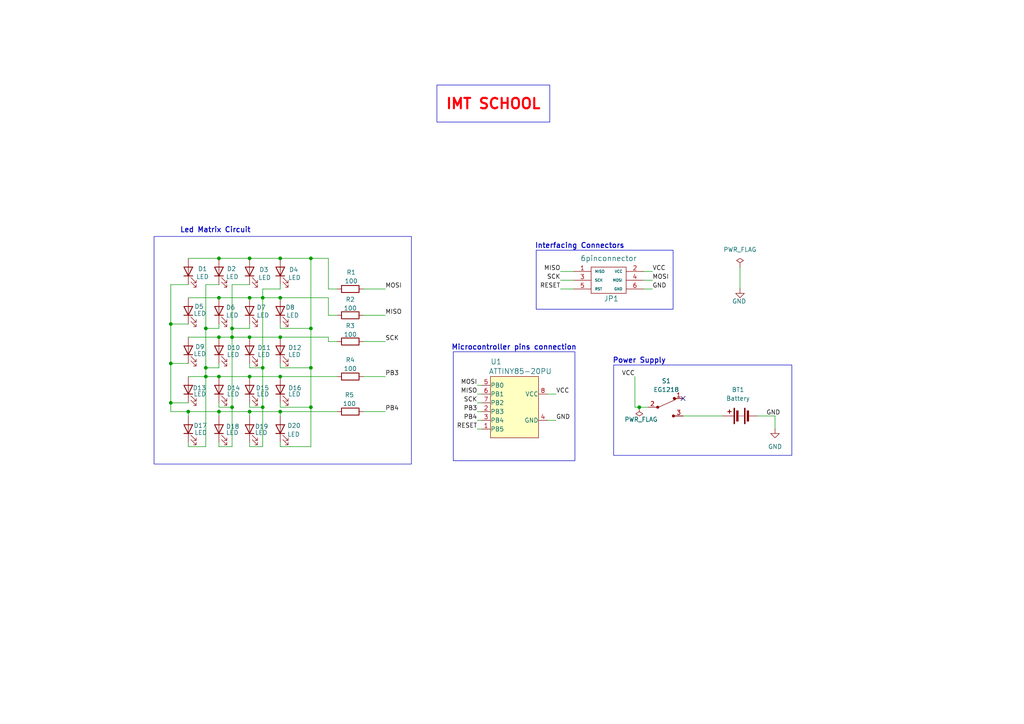
<source format=kicad_sch>
(kicad_sch (version 20231120) (generator "eeschema") (generator_version "8.0")
  (paper "A4")
  (title_block (title "LED_MATRIX") (date "2024-12-19") (rev "1.0") (company "IMT SCHOOL"))
  (lib_symbols
    (symbol "6pinconnector:6pinconnector" (pin_names (offset 1.016))
      (property "Reference" "JP" (at 5.08 -3.81 0))
      (property "Value" "6pinconnector" (at 0 7.62 0))
      (symbol "6pinconnector_1_1"
        (rectangle (start -5.08 5.08) (end 5.08 -2.54))
        (pin input line (at -10.16 3.81 0) (length 5.08) (name "MISO") (number "1"))
        (pin input line (at 10.16 3.81 180) (length 5.08) (name "VCC") (number "2"))
        (pin input line (at -10.16 1.27 0) (length 5.08) (name "SCK") (number "3"))
        (pin input line (at 10.16 1.27 180) (length 5.08) (name "MOSI") (number "4"))
        (pin input line (at -10.16 -1.27 0) (length 5.08) (name "RST") (number "5"))
        (pin input line (at 10.16 -1.27 180) (length 5.08) (name "GND") (number "6"))
      )
    )
    (symbol "Device:Battery" (pin_numbers hide) (pin_names (offset 0) hide)
      (property "Reference" "BT" (at 2.54 2.54 0))
      (property "Value" "Battery" (at 2.54 0 0))
      (symbol "Battery_0_1"
        (rectangle (start -2.286 -1.27) (end 2.286 -1.524) (fill (type outline)))
        (rectangle (start -2.286 1.778) (end 2.286 1.524) (fill (type outline)))
        (rectangle (start -1.524 -2.032) (end 1.524 -2.54) (fill (type outline)))
        (rectangle (start -1.524 1.016) (end 1.524 0.508) (fill (type outline)))
        (polyline (pts (xy 0 -1.016) (xy 0 -0.762)))
        (polyline (pts (xy 0 -0.508) (xy 0 -0.254)))
        (polyline (pts (xy 0 0) (xy 0 0.254)))
        (polyline (pts (xy 0 1.778) (xy 0 2.54)))
        (polyline (pts (xy 0.762 3.048) (xy 1.778 3.048)) (stroke (width 0.254)))
        (polyline (pts (xy 1.27 3.556) (xy 1.27 2.54)) (stroke (width 0.254)))
      )
      (symbol "Battery_1_1"
        (pin passive line (at 0 5.08 270) (length 2.54) (name "+") (number "1"))
        (pin passive line (at 0 -5.08 90) (length 2.54) (name "-") (number "2"))
      )
    )
    (symbol "Device:LED" (pin_numbers hide) (pin_names (offset 1.016) hide)
      (property "Reference" "D" (at 0 2.54 0))
      (property "Value" "LED" (at 0 -2.54 0))
      (symbol "LED_0_1"
        (polyline (pts (xy -1.27 -1.27) (xy -1.27 1.27)) (stroke (width 0.254)))
        (polyline (pts (xy -1.27 0) (xy 1.27 0)))
        (polyline (pts (xy 1.27 -1.27) (xy 1.27 1.27) (xy -1.27 0) (xy 1.27 -1.27)) (stroke (width 0.254)))
        (polyline (pts (xy -3.048 -0.762) (xy -4.572 -2.286) (xy -3.81 -2.286) (xy -4.572 -2.286) (xy -4.572 -1.524)))
        (polyline (pts (xy -1.778 -0.762) (xy -3.302 -2.286) (xy -2.54 -2.286) (xy -3.302 -2.286) (xy -3.302 -1.524)))
      )
      (symbol "LED_1_1"
        (pin passive line (at -3.81 0 0) (length 2.54) (name "K") (number "1"))
        (pin passive line (at 3.81 0 180) (length 2.54) (name "A") (number "2"))
      )
    )
    (symbol "Device:R" (pin_numbers hide) (pin_names (offset 0))
      (property "Reference" "R" (at 2.032 0 90))
      (property "Value" "R" (at 0 0 90))
      (symbol "R_0_1"
        (rectangle (start -1.016 -2.54) (end 1.016 2.54) (stroke (width 0.254)))
      )
      (symbol "R_1_1"
        (pin passive line (at 0 3.81 270) (length 1.27) (name "~") (number "1"))
        (pin passive line (at 0 -3.81 90) (length 1.27) (name "~") (number "2"))
      )
    )
    (symbol "dk_Embedded-Microcontrollers:ATTINY85-20PU" (pin_names (offset 0.0254))
      (property "Reference" "U1" (at 9.652 -22.606 0))
      (property "Value" "ATTINY85-20PU" (at 9.906 -25.146 0))
      (symbol "ATTINY85-20PU_0_1"
        (rectangle (start -2.54 -2.54) (end 11.43 -20.32) (fill (type background)))
      )
      (symbol "ATTINY85-20PU_1_1"
        (pin bidirectional line (at -5.08 -17.78 0) (length 2.54) (name "PB5") (number "1"))
        (pin bidirectional line (at -5.08 -12.7 0) (length 2.54) (name "PB3") (number "2"))
        (pin bidirectional line (at -5.08 -15.24 0) (length 2.54) (name "PB4") (number "3"))
        (pin power_in line (at 13.97 -15.24 180) (length 2.54) (name "GND") (number "4"))
        (pin bidirectional line (at -5.08 -5.08 0) (length 2.54) (name "PB0") (number "5"))
        (pin bidirectional line (at -5.08 -7.62 0) (length 2.54) (name "PB1") (number "6"))
        (pin bidirectional line (at -5.08 -10.16 0) (length 2.54) (name "PB2") (number "7"))
        (pin power_in line (at 13.97 -7.62 180) (length 2.54) (name "VCC") (number "8"))
      )
    )
    (symbol "dk_Slide-Switches:EG1218" (pin_names (offset 0))
      (property "Reference" "S" (at -3.81 2.286 0))
      (property "Value" "EG1218" (at 0 -5.334 0))
      (symbol "EG1218_0_1"
        (circle (center -2.286 0) (radius 0.3556) (fill (type outline)))
        (polyline (pts (xy -2.032 0) (xy 3.048 2.286)))
        (circle (center 2.286 -2.54) (radius 0.3556) (fill (type outline)))
        (circle (center 2.54 2.54) (radius 0.3556) (fill (type outline)))
      )
      (symbol "EG1218_1_1"
        (pin passive line (at 5.08 2.54 180) (length 2.54) (name "~") (number "1"))
        (pin passive line (at -5.08 0 0) (length 2.54) (name "~") (number "2"))
        (pin passive line (at 5.08 -2.54 180) (length 2.54) (name "~") (number "3"))
      )
    )
    (symbol "power:GND" (power) (pin_numbers hide) (pin_names (offset 0) hide)
      (property "Value" "GND" (at 0 -3.81 0))
      (symbol "GND_0_1"
        (polyline (pts (xy 0 0) (xy 0 -1.27) (xy 1.27 -1.27) (xy 0 -2.54) (xy -1.27 -1.27) (xy 0 -1.27)))
      )
      (symbol "GND_1_1"
        (pin power_in line (at 0 0 270) (length 0) (name "~") (number "1"))
      )
    )
    (symbol "power:PWR_FLAG" (power) (pin_numbers hide) (pin_names (offset 0) hide)
      (property "Value" "PWR_FLAG" (at 0 3.81 0))
      (symbol "PWR_FLAG_0_0"
        (pin power_out line (at 0 0 90) (length 0) (name "~") (number "1"))
      )
      (symbol "PWR_FLAG_0_1"
        (polyline (pts (xy 0 0) (xy 0 1.27) (xy -1.016 1.905) (xy 0 2.54) (xy 1.016 1.905) (xy 0 1.27)))
      )
    )
  )
  (junction (at 59.69 109.22))
  (junction (at 49.53 116.84))
  (junction (at 72.39 109.22))
  (junction (at 72.39 97.79))
  (junction (at 67.31 95.25))
  (junction (at 81.28 119.38))
  (junction (at 67.31 118.11))
  (junction (at 63.5 74.93))
  (junction (at 63.5 109.22))
  (junction (at 90.17 74.93))
  (junction (at 72.39 119.38))
  (junction (at 59.69 106.68))
  (junction (at 81.28 109.22))
  (junction (at 90.17 95.25))
  (junction (at 67.31 97.79))
  (junction (at 76.2 106.68))
  (junction (at 72.39 86.36))
  (junction (at 59.69 95.25))
  (junction (at 63.5 119.38))
  (junction (at 76.2 118.11))
  (junction (at 185.42 118.11))
  (junction (at 49.53 93.98))
  (junction (at 63.5 86.36))
  (junction (at 90.17 106.68))
  (junction (at 49.53 105.41))
  (junction (at 90.17 118.11))
  (junction (at 81.28 86.36))
  (junction (at 81.28 74.93))
  (junction (at 81.28 97.79))
  (junction (at 76.2 86.36))
  (junction (at 54.61 119.38))
  (junction (at 63.5 97.79))
  (junction (at 72.39 74.93))
  (no_connect (at 198.12 115.57))
  (wire (pts (xy 81.28 82.55) (xy 81.28 83.82)))
  (wire (pts (xy 63.5 118.11) (xy 63.5 116.84)))
  (wire (pts (xy 105.41 91.44) (xy 111.76 91.44)))
  (wire (pts (xy 81.28 128.27) (xy 81.28 129.54)))
  (wire (pts (xy 81.28 109.22) (xy 97.79 109.22)))
  (wire (pts (xy 49.53 105.41) (xy 54.61 105.41)))
  (wire (pts (xy 81.28 120.65) (xy 81.28 119.38)))
  (wire (pts (xy 72.39 93.98) (xy 72.39 95.25)))
  (wire (pts (xy 81.28 106.68) (xy 90.17 106.68)))
  (wire (pts (xy 214.63 77.47) (xy 214.63 83.82)))
  (wire (pts (xy 72.39 109.22) (xy 81.28 109.22)))
  (wire (pts (xy 138.43 114.3) (xy 139.7 114.3)))
  (wire (pts (xy 63.5 74.93) (xy 72.39 74.93)))
  (wire (pts (xy 59.69 129.54) (xy 54.61 129.54)))
  (wire (pts (xy 49.53 116.84) (xy 49.53 119.38)))
  (wire (pts (xy 76.2 106.68) (xy 76.2 86.36)))
  (wire (pts (xy 49.53 119.38) (xy 54.61 119.38)))
  (wire (pts (xy 187.96 118.11) (xy 185.42 118.11)))
  (wire (pts (xy 63.5 97.79) (xy 54.61 97.79)))
  (wire (pts (xy 224.79 120.65) (xy 224.79 124.46)))
  (wire (pts (xy 81.28 129.54) (xy 90.17 129.54)))
  (wire (pts (xy 67.31 95.25) (xy 67.31 97.79)))
  (wire (pts (xy 72.39 106.68) (xy 76.2 106.68)))
  (wire (pts (xy 63.5 93.98) (xy 63.5 95.25)))
  (wire (pts (xy 63.5 120.65) (xy 63.5 119.38)))
  (wire (pts (xy 90.17 95.25) (xy 90.17 106.68)))
  (wire (pts (xy 54.61 82.55) (xy 49.53 82.55)))
  (wire (pts (xy 76.2 83.82) (xy 81.28 83.82)))
  (wire (pts (xy 59.69 109.22) (xy 63.5 109.22)))
  (wire (pts (xy 67.31 118.11) (xy 67.31 129.54)))
  (wire (pts (xy 185.42 118.11) (xy 184.15 118.11)))
  (wire (pts (xy 90.17 106.68) (xy 90.17 118.11)))
  (wire (pts (xy 81.28 74.93) (xy 90.17 74.93)))
  (wire (pts (xy 81.28 86.36) (xy 95.25 86.36)))
  (wire (pts (xy 72.39 116.84) (xy 72.39 118.11)))
  (wire (pts (xy 97.79 91.44) (xy 95.25 91.44)))
  (wire (pts (xy 72.39 74.93) (xy 81.28 74.93)))
  (wire (pts (xy 63.5 128.27) (xy 63.5 129.54)))
  (wire (pts (xy 161.29 121.92) (xy 158.75 121.92)))
  (wire (pts (xy 186.69 78.74) (xy 189.23 78.74)))
  (wire (pts (xy 54.61 119.38) (xy 54.61 120.65)))
  (wire (pts (xy 81.28 93.98) (xy 81.28 95.25)))
  (wire (pts (xy 49.53 93.98) (xy 49.53 105.41)))
  (wire (pts (xy 76.2 118.11) (xy 76.2 106.68)))
  (wire (pts (xy 54.61 74.93) (xy 63.5 74.93)))
  (wire (pts (xy 186.69 81.28) (xy 189.23 81.28)))
  (wire (pts (xy 72.39 120.65) (xy 72.39 119.38)))
  (wire (pts (xy 59.69 95.25) (xy 59.69 106.68)))
  (wire (pts (xy 219.71 120.65) (xy 224.79 120.65)))
  (wire (pts (xy 59.69 95.25) (xy 63.5 95.25)))
  (wire (pts (xy 162.56 81.28) (xy 166.37 81.28)))
  (wire (pts (xy 59.69 109.22) (xy 59.69 129.54)))
  (wire (pts (xy 81.28 119.38) (xy 72.39 119.38)))
  (wire (pts (xy 95.25 97.79) (xy 81.28 97.79)))
  (wire (pts (xy 161.29 114.3) (xy 158.75 114.3)))
  (wire (pts (xy 76.2 86.36) (xy 76.2 83.82)))
  (wire (pts (xy 81.28 97.79) (xy 72.39 97.79)))
  (wire (pts (xy 72.39 119.38) (xy 63.5 119.38)))
  (wire (pts (xy 138.43 121.92) (xy 139.7 121.92)))
  (wire (pts (xy 81.28 118.11) (xy 90.17 118.11)))
  (wire (pts (xy 95.25 91.44) (xy 95.25 86.36)))
  (wire (pts (xy 72.39 118.11) (xy 76.2 118.11)))
  (wire (pts (xy 76.2 86.36) (xy 81.28 86.36)))
  (wire (pts (xy 105.41 119.38) (xy 111.76 119.38)))
  (wire (pts (xy 105.41 109.22) (xy 111.76 109.22)))
  (wire (pts (xy 90.17 118.11) (xy 90.17 129.54)))
  (wire (pts (xy 72.39 86.36) (xy 76.2 86.36)))
  (wire (pts (xy 63.5 86.36) (xy 72.39 86.36)))
  (wire (pts (xy 198.12 120.65) (xy 209.55 120.65)))
  (wire (pts (xy 63.5 129.54) (xy 67.31 129.54)))
  (wire (pts (xy 138.43 119.38) (xy 139.7 119.38)))
  (wire (pts (xy 162.56 83.82) (xy 166.37 83.82)))
  (wire (pts (xy 54.61 109.22) (xy 59.69 109.22)))
  (wire (pts (xy 59.69 82.55) (xy 59.69 95.25)))
  (wire (pts (xy 59.69 106.68) (xy 63.5 106.68)))
  (wire (pts (xy 81.28 119.38) (xy 97.79 119.38)))
  (wire (pts (xy 72.39 129.54) (xy 76.2 129.54)))
  (wire (pts (xy 54.61 86.36) (xy 63.5 86.36)))
  (wire (pts (xy 105.41 99.06) (xy 111.76 99.06)))
  (wire (pts (xy 72.39 97.79) (xy 67.31 97.79)))
  (wire (pts (xy 67.31 95.25) (xy 67.31 82.55)))
  (wire (pts (xy 67.31 95.25) (xy 72.39 95.25)))
  (wire (pts (xy 67.31 97.79) (xy 63.5 97.79)))
  (wire (pts (xy 63.5 82.55) (xy 59.69 82.55)))
  (wire (pts (xy 67.31 97.79) (xy 67.31 118.11)))
  (wire (pts (xy 138.43 124.46) (xy 139.7 124.46)))
  (wire (pts (xy 95.25 83.82) (xy 95.25 74.93)))
  (wire (pts (xy 97.79 99.06) (xy 95.25 99.06)))
  (wire (pts (xy 72.39 128.27) (xy 72.39 129.54)))
  (wire (pts (xy 49.53 93.98) (xy 54.61 93.98)))
  (wire (pts (xy 95.25 99.06) (xy 95.25 97.79)))
  (wire (pts (xy 49.53 105.41) (xy 49.53 116.84)))
  (wire (pts (xy 54.61 119.38) (xy 63.5 119.38)))
  (wire (pts (xy 49.53 82.55) (xy 49.53 93.98)))
  (wire (pts (xy 105.41 83.82) (xy 111.76 83.82)))
  (wire (pts (xy 90.17 74.93) (xy 90.17 95.25)))
  (wire (pts (xy 97.79 83.82) (xy 95.25 83.82)))
  (wire (pts (xy 90.17 74.93) (xy 95.25 74.93)))
  (wire (pts (xy 186.69 83.82) (xy 189.23 83.82)))
  (wire (pts (xy 63.5 105.41) (xy 63.5 106.68)))
  (wire (pts (xy 81.28 105.41) (xy 81.28 106.68)))
  (wire (pts (xy 184.15 109.22) (xy 184.15 118.11)))
  (wire (pts (xy 76.2 129.54) (xy 76.2 118.11)))
  (wire (pts (xy 81.28 116.84) (xy 81.28 118.11)))
  (wire (pts (xy 138.43 111.76) (xy 139.7 111.76)))
  (wire (pts (xy 81.28 95.25) (xy 90.17 95.25)))
  (wire (pts (xy 49.53 116.84) (xy 54.61 116.84)))
  (wire (pts (xy 67.31 82.55) (xy 72.39 82.55)))
  (wire (pts (xy 59.69 106.68) (xy 59.69 109.22)))
  (wire (pts (xy 162.56 78.74) (xy 166.37 78.74)))
  (wire (pts (xy 72.39 105.41) (xy 72.39 106.68)))
  (wire (pts (xy 63.5 109.22) (xy 72.39 109.22)))
  (wire (pts (xy 63.5 118.11) (xy 67.31 118.11)))
  (wire (pts (xy 54.61 128.27) (xy 54.61 129.54)))
  (wire (pts (xy 138.43 116.84) (xy 139.7 116.84)))
  (rectangle (start 177.9778 105.8672) (end 229.6668 132.08))
  (rectangle (start 131.4704 102.0318) (end 166.751 133.6294))
  (rectangle (start 155.5242 72.5678) (end 195.2244 89.6874))
  (rectangle (start 44.6786 68.58) (end 119.3292 134.5946))
  (text_box "IMT SCHOOL" (at 126.7206 24.6634 0) (size 32.7406 10.7442) (effects (font (size 3 3) (thickness 0.6) (bold yes))))
  (text "Microcontroller pins connection\n" (at 149.098 100.838 0) (effects (font (size 1.5 1.5) (thickness 0.254) (bold yes))))
  (text "Power Supply" (at 185.42 104.648 0) (effects (font (size 1.5 1.5) (thickness 0.254) (bold yes))))
  (text "Interfacing Connectors\n" (at 168.148 71.374 0) (effects (font (size 1.5 1.5) (thickness 0.254) (bold yes))))
  (text "Led Matrix Circuit\n" (at 62.484 66.802 0) (effects (font (size 1.5 1.5) (thickness 0.254) (bold yes))))
  (label "PB4" (at 138.43 121.92 180))
  (label "MOSI" (at 111.76 83.82 0))
  (label "MISO" (at 111.76 91.44 0))
  (label "VCC" (at 189.23 78.74 0))
  (label "PB4" (at 111.76 119.38 0))
  (label "MOSI" (at 138.43 111.76 180))
  (label "RESET" (at 138.43 124.46 180))
  (label "MISO" (at 162.56 78.74 180))
  (label "VCC" (at 184.15 109.22 180))
  (label "PB3" (at 138.43 119.38 180))
  (label "MOSI" (at 189.23 81.28 0))
  (label "SCK" (at 162.56 81.28 180))
  (label "MISO" (at 138.43 114.3 180))
  (label "SCK" (at 111.76 99.06 0))
  (label "SCK" (at 138.43 116.84 180))
  (label "GND" (at 189.23 83.82 0))
  (label "RESET" (at 162.56 83.82 180))
  (label "GND" (at 161.29 121.92 0))
  (label "VCC" (at 161.29 114.3 0))
  (label "GND" (at 222.25 120.65 0))
  (label "PB3" (at 111.76 109.22 0))
  (symbol (lib_id "Device:LED") (at 72.39 113.03 90) (unit 1)
    (property "Reference" "D15" (at 74.168 112.522 90) (effects (justify right)))
    (property "Value" "LED" (at 74.422 114.3 90) (effects (justify right)))
    (property "Footprint" "LED_THT:LED_D3.0mm" (effects (hide yes)))
    (property "Description" "Light emitting diode" (effects (hide yes)))
  )
  (symbol (lib_id "Device:LED") (at 72.39 78.74 90) (unit 1)
    (property "Reference" "D3" (at 75.184 78.232 90) (effects (justify right)))
    (property "Value" "LED" (at 74.93 80.518 90) (effects (justify right)))
    (property "Footprint" "LED_THT:LED_D3.0mm" (effects (hide yes)))
    (property "Description" "Light emitting diode" (effects (hide yes)))
  )
  (symbol (lib_id "Device:Battery") (at 214.63 120.65 90) (unit 1)
    (property "Reference" "BT1" (at 214.0585 113.03 90))
    (property "Value" "Battery" (at 214.0585 115.57 90))
    (property "Footprint" "Battery:BatteryHolder_Keystone_1058_1x2032" (effects (hide yes)))
    (property "Description" "Multiple-cell battery" (effects (hide yes)))
  )
  (symbol (lib_id "Device:LED") (at 81.28 124.46 90) (unit 1)
    (property "Reference" "D20" (at 83.312 123.444 90) (effects (justify right)))
    (property "Value" "LED" (at 83.312 125.984 90) (effects (justify right)))
    (property "Footprint" "LED_THT:LED_D3.0mm" (effects (hide yes)))
    (property "Description" "Light emitting diode" (effects (hide yes)))
  )
  (symbol (lib_id "power:PWR_FLAG") (at 185.42 118.11 180) (unit 1)
    (property "Reference" "#FLG03" (effects (hide yes)))
    (property "Value" "PWR_FLAG" (at 185.928 121.666 0))
    (property "Description" "Special symbol for telling ERC where power comes from" (effects (hide yes)))
  )
  (symbol (lib_id "Device:R") (at 101.6 99.06 90) (unit 1)
    (property "Reference" "R3" (at 101.6 94.488 90))
    (property "Value" "100" (at 101.6 97.028 90))
    (property "Footprint" "Resistor_THT:R_Axial_DIN0204_L3.6mm_D1.6mm_P7.62mm_Horizontal" (effects (hide yes)))
    (property "Description" "Resistor" (effects (hide yes)))
  )
  (symbol (lib_id "Device:LED") (at 54.61 78.74 90) (unit 1)
    (property "Reference" "D1" (at 57.404 77.978 90) (effects (justify right)))
    (property "Value" "LED" (at 56.896 80.264 90) (effects (justify right)))
    (property "Footprint" "LED_THT:LED_D3.0mm" (effects (hide yes)))
    (property "Description" "Light emitting diode" (effects (hide yes)))
  )
  (symbol (lib_id "Device:R") (at 101.6 83.82 90) (unit 1)
    (property "Reference" "R1" (at 101.854 78.994 90))
    (property "Value" "100" (at 101.854 81.534 90))
    (property "Footprint" "Resistor_THT:R_Axial_DIN0204_L3.6mm_D1.6mm_P7.62mm_Horizontal" (effects (hide yes)))
    (property "Description" "Resistor" (effects (hide yes)))
  )
  (symbol (lib_id "Device:LED") (at 72.39 101.6 90) (unit 1)
    (property "Reference" "D11" (at 74.676 100.838 90) (effects (justify right)))
    (property "Value" "LED" (at 74.676 102.87 90) (effects (justify right)))
    (property "Footprint" "LED_THT:LED_D3.0mm" (effects (hide yes)))
    (property "Description" "Light emitting diode" (effects (hide yes)))
  )
  (symbol (lib_id "Device:LED") (at 54.61 113.03 90) (unit 1)
    (property "Reference" "D13" (at 55.88 112.522 90) (effects (justify right)))
    (property "Value" "LED" (at 56.134 114.3 90) (effects (justify right)))
    (property "Footprint" "LED_THT:LED_D3.0mm" (effects (hide yes)))
    (property "Description" "Light emitting diode" (effects (hide yes)))
  )
  (symbol (lib_id "6pinconnector:6pinconnector") (at 176.53 82.55 0) (unit 1)
    (property "Reference" "JP1" (at 177.292 86.614 0) (effects (font (size 1.524 1.524))))
    (property "Value" "6pinconnector" (at 176.53 74.93 0) (effects (font (size 1.524 1.524))))
    (property "Footprint" "Connector_PinHeader_2.54mm:PinHeader_1x06_P2.54mm_Vertical" (effects (hide yes)))
  )
  (symbol (lib_id "Device:LED") (at 72.39 90.17 90) (unit 1)
    (property "Reference" "D7" (at 74.422 89.154 90) (effects (justify right)))
    (property "Value" "LED" (at 74.422 91.44 90) (effects (justify right)))
    (property "Footprint" "LED_THT:LED_D3.0mm" (effects (hide yes)))
    (property "Description" "Light emitting diode" (effects (hide yes)))
  )
  (symbol (lib_id "Device:LED") (at 72.39 124.46 90) (unit 1)
    (property "Reference" "D19" (at 73.914 123.698 90) (effects (justify right)))
    (property "Value" "LED" (at 73.914 125.476 90) (effects (justify right)))
    (property "Footprint" "LED_THT:LED_D3.0mm" (effects (hide yes)))
    (property "Description" "Light emitting diode" (effects (hide yes)))
  )
  (symbol (lib_id "Device:LED") (at 63.5 101.6 90) (unit 1)
    (property "Reference" "D10" (at 65.786 100.838 90) (effects (justify right)))
    (property "Value" "LED" (at 65.786 102.87 90) (effects (justify right)))
    (property "Footprint" "LED_THT:LED_D3.0mm" (effects (hide yes)))
    (property "Description" "Light emitting diode" (effects (hide yes)))
  )
  (symbol (lib_id "power:GND") (at 224.79 124.46 0) (unit 1)
    (property "Reference" "#PWR01" (effects (hide yes)))
    (property "Value" "GND" (at 224.79 129.54 0))
    (property "Description" "Power symbol creates a global label with name \"GND\" , ground" (effects (hide yes)))
  )
  (symbol (lib_id "Device:LED") (at 54.61 124.46 90) (unit 1)
    (property "Reference" "D17" (at 56.134 123.444 90) (effects (justify right)))
    (property "Value" "LED" (at 56.388 125.476 90) (effects (justify right)))
    (property "Footprint" "LED_THT:LED_D3.0mm" (effects (hide yes)))
    (property "Description" "Light emitting diode" (effects (hide yes)))
  )
  (symbol (lib_id "Device:R") (at 101.6 119.38 90) (unit 1)
    (property "Reference" "R5" (at 101.346 114.554 90))
    (property "Value" "100" (at 101.346 117.094 90))
    (property "Footprint" "Resistor_THT:R_Axial_DIN0204_L3.6mm_D1.6mm_P7.62mm_Horizontal" (effects (hide yes)))
    (property "Description" "Resistor" (effects (hide yes)))
  )
  (symbol (lib_id "Device:LED") (at 54.61 90.17 90) (unit 1)
    (property "Reference" "D5" (at 56.388 88.9 90) (effects (justify right)))
    (property "Value" "LED" (at 56.134 90.932 90) (effects (justify right)))
    (property "Footprint" "LED_THT:LED_D3.0mm" (effects (hide yes)))
    (property "Description" "Light emitting diode" (effects (hide yes)))
  )
  (symbol (lib_id "Device:LED") (at 63.5 90.17 90) (unit 1)
    (property "Reference" "D6" (at 65.532 89.154 90) (effects (justify right)))
    (property "Value" "LED" (at 65.532 91.44 90) (effects (justify right)))
    (property "Footprint" "LED_THT:LED_D3.0mm" (effects (hide yes)))
    (property "Description" "Light emitting diode" (effects (hide yes)))
  )
  (symbol (lib_id "Device:LED") (at 63.5 124.46 90) (unit 1)
    (property "Reference" "D18" (at 65.532 123.698 90) (effects (justify right)))
    (property "Value" "LED" (at 65.532 125.476 90) (effects (justify right)))
    (property "Footprint" "LED_THT:LED_D3.0mm" (effects (hide yes)))
    (property "Description" "Light emitting diode" (effects (hide yes)))
  )
  (symbol (lib_id "power:PWR_FLAG") (at 214.63 77.47 0) (unit 1)
    (property "Reference" "#FLG01" (effects (hide yes)))
    (property "Value" "PWR_FLAG" (at 214.63 72.39 0))
    (property "Description" "Special symbol for telling ERC where power comes from" (effects (hide yes)))
  )
  (symbol (lib_id "Device:LED") (at 54.61 101.6 90) (unit 1)
    (property "Reference" "D9" (at 56.642 100.584 90) (effects (justify right)))
    (property "Value" "LED" (at 56.134 102.616 90) (effects (justify right)))
    (property "Footprint" "LED_THT:LED_D3.0mm" (effects (hide yes)))
    (property "Description" "Light emitting diode" (effects (hide yes)))
  )
  (symbol (lib_id "Device:LED") (at 81.28 90.17 90) (unit 1)
    (property "Reference" "D8" (at 82.804 89.154 90) (effects (justify right)))
    (property "Value" "LED" (at 83.058 91.44 90) (effects (justify right)))
    (property "Footprint" "LED_THT:LED_D3.0mm" (effects (hide yes)))
    (property "Description" "Light emitting diode" (effects (hide yes)))
  )
  (symbol (lib_id "Device:LED") (at 63.5 113.03 90) (unit 1)
    (property "Reference" "D14" (at 65.786 112.522 90) (effects (justify right)))
    (property "Value" "LED" (at 65.786 114.3 90) (effects (justify right)))
    (property "Footprint" "LED_THT:LED_D3.0mm" (effects (hide yes)))
    (property "Description" "Light emitting diode" (effects (hide yes)))
  )
  (symbol (lib_id "Device:R") (at 101.6 109.22 90) (unit 1)
    (property "Reference" "R4" (at 101.6 104.394 90))
    (property "Value" "100" (at 101.6 106.934 90))
    (property "Footprint" "Resistor_THT:R_Axial_DIN0204_L3.6mm_D1.6mm_P7.62mm_Horizontal" (effects (hide yes)))
    (property "Description" "Resistor" (effects (hide yes)))
  )
  (symbol (lib_id "power:GND") (at 214.63 83.82 0) (unit 1)
    (property "Reference" "#PWR02" (effects (hide yes)))
    (property "Value" "GND" (at 214.376 87.376 0))
    (property "Description" "Power symbol creates a global label with name \"GND\" , ground" (effects (hide yes)))
  )
  (symbol (lib_id "dk_Embedded-Microcontrollers:ATTINY85-20PU") (at 144.78 106.68 0) (unit 1)
    (property "Reference" "U1" (at 142.24 104.902 0) (effects (font (size 1.524 1.524)) (justify left)))
    (property "Value" "ATTINY85-20PU" (at 141.732 107.696 0) (effects (font (size 1.524 1.524)) (justify left)))
    (property "Footprint" "Package_DIP:DIP-8_W7.62mm" (effects (hide yes)))
    (property "Datasheet" "http://www.microchip.com/mymicrochip/filehandler.aspx?ddocname=en589894" (effects (hide yes)))
    (property "Description" "IC MCU 8BIT 8KB FLASH 8DIP" (effects (hide yes)))
    (property "Digi-Key_PN" "ATTINY85-20PU-ND" (effects (hide yes)))
    (property "MPN" "ATTINY85-20PU" (effects (hide yes)))
    (property "Category" "Integrated Circuits (ICs)" (effects (hide yes)))
    (property "Family" "Embedded - Microcontrollers" (effects (hide yes)))
    (property "DK_Datasheet_Link" "http://www.microchip.com/mymicrochip/filehandler.aspx?ddocname=en589894" (effects (hide yes)))
    (property "DK_Detail_Page" "/product-detail/en/microchip-technology/ATTINY85-20PU/ATTINY85-20PU-ND/735469" (effects (hide yes)))
    (property "Description_1" "IC MCU 8BIT 8KB FLASH 8DIP" (effects (hide yes)))
    (property "Manufacturer" "Microchip Technology" (effects (hide yes)))
    (property "Status" "Active" (effects (hide yes)))
  )
  (symbol (lib_id "Device:LED") (at 63.5 78.74 90) (unit 1)
    (property "Reference" "D2" (at 65.786 77.978 90) (effects (justify right)))
    (property "Value" "LED" (at 65.532 80.264 90) (effects (justify right)))
    (property "Footprint" "LED_THT:LED_D3.0mm" (effects (hide yes)))
    (property "Description" "Light emitting diode" (effects (hide yes)))
  )
  (symbol (lib_id "Device:LED") (at 81.28 101.6 90) (unit 1)
    (property "Reference" "D12" (at 83.566 100.838 90) (effects (justify right)))
    (property "Value" "LED" (at 83.566 102.87 90) (effects (justify right)))
    (property "Footprint" "LED_THT:LED_D3.0mm" (effects (hide yes)))
    (property "Description" "Light emitting diode" (effects (hide yes)))
  )
  (symbol (lib_id "Device:R") (at 101.6 91.44 90) (unit 1)
    (property "Reference" "R2" (at 101.6 86.868 90))
    (property "Value" "100" (at 101.6 89.408 90))
    (property "Footprint" "Resistor_THT:R_Axial_DIN0204_L3.6mm_D1.6mm_P7.62mm_Horizontal" (effects (hide yes)))
    (property "Description" "Resistor" (effects (hide yes)))
  )
  (symbol (lib_id "Device:LED") (at 81.28 78.74 90) (unit 1)
    (property "Reference" "D4" (at 83.82 78.232 90) (effects (justify right)))
    (property "Value" "LED" (at 83.566 80.518 90) (effects (justify right)))
    (property "Footprint" "LED_THT:LED_D3.0mm" (effects (hide yes)))
    (property "Description" "Light emitting diode" (effects (hide yes)))
  )
  (symbol (lib_id "Device:LED") (at 81.28 113.03 90) (unit 1)
    (property "Reference" "D16" (at 83.566 112.522 90) (effects (justify right)))
    (property "Value" "LED" (at 83.566 114.3 90) (effects (justify right)))
    (property "Footprint" "LED_THT:LED_D3.0mm" (effects (hide yes)))
    (property "Description" "Light emitting diode" (effects (hide yes)))
  )
  (symbol (lib_id "dk_Slide-Switches:EG1218") (at 193.04 118.11 0) (unit 1)
    (property "Reference" "S1" (at 193.2432 110.49 0))
    (property "Value" "EG1218" (at 193.2432 113.03 0))
    (property "Footprint" "digikey-footprints:Switch_Slide_11.6x4mm_EG1218" (effects (hide yes)))
    (property "Datasheet" "http://spec_sheets.e-switch.com/specs/P040040.pdf" (effects (hide yes)))
    (property "Description" "SWITCH SLIDE SPDT 200MA 30V" (effects (hide yes)))
    (property "Digi-Key_PN" "EG1903-ND" (effects (hide yes)))
    (property "MPN" "EG1218" (effects (hide yes)))
    (property "Category" "Switches" (effects (hide yes)))
    (property "Family" "Slide Switches" (effects (hide yes)))
    (property "DK_Datasheet_Link" "http://spec_sheets.e-switch.com/specs/P040040.pdf" (effects (hide yes)))
    (property "DK_Detail_Page" "/product-detail/en/e-switch/EG1218/EG1903-ND/101726" (effects (hide yes)))
    (property "Description_1" "SWITCH SLIDE SPDT 200MA 30V" (effects (hide yes)))
    (property "Manufacturer" "E-Switch" (effects (hide yes)))
    (property "Status" "Active" (effects (hide yes)))
  )
)
</source>
